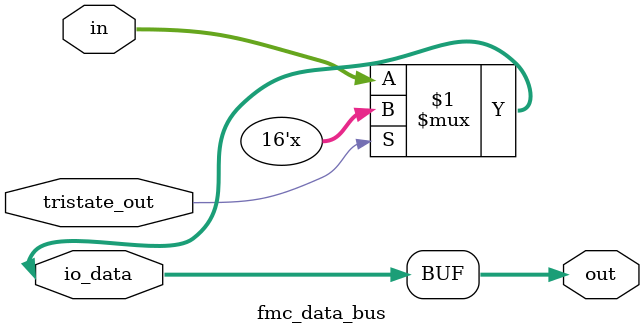
<source format=sv>
module fmc_data_bus #(
    parameter integer Width = 16
) (
    inout wire [Width-1:0] io_data,
    output wire [Width-1:0] out,
    input wire [Width-1:0] in,
    input wire tristate_out
);
    assign io_data[Width-1:0] = tristate_out ? {Width{1'bz}} : in[Width-1:0];
    assign out[Width-1:0] = io_data[Width-1:0];

endmodule

</source>
